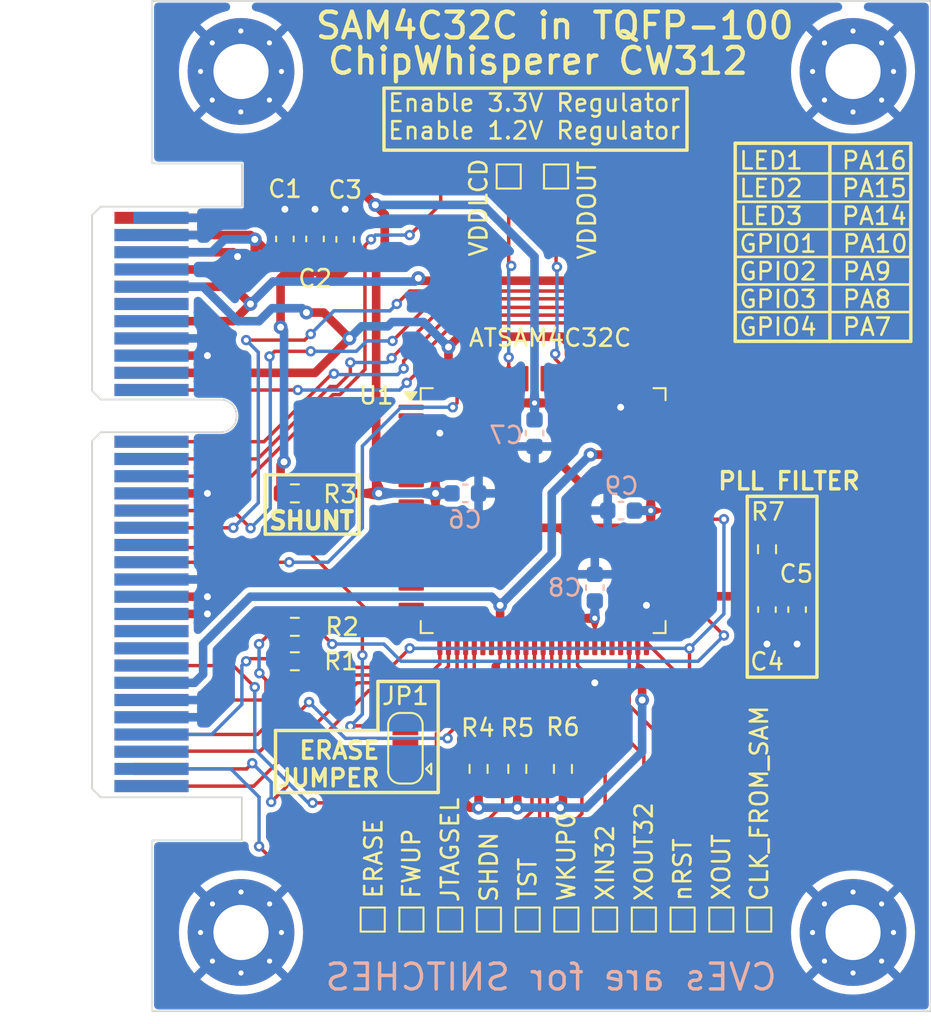
<source format=kicad_pcb>
(kicad_pcb (version 20240108) (generator "pcbnew") (generator_version "8.0")
  (layers (0 "F.Cu" signal) (31 "B.Cu" signal) (34 "B.Paste" user) (35 "F.Paste" user) (36 "B.SilkS" user "B.Silkscreen") (37 "F.SilkS" user "F.Silkscreen") (38 "B.Mask" user) (39 "F.Mask" user) (44 "Edge.Cuts" user))
  (net 0 "")
  (net 1 "GND")
  (net 2 "/FILT_HP")
  (net 3 "/SHUNTL")
  (net 4 "VCC1.2")
  (net 5 "/BOOT_MODE")
  (net 6 "/GPIO3")
  (net 7 "Net-(JP1-C)")
  (net 8 "/HDR2")
  (net 9 "/GPIO4")
  (net 10 "/GPIO1_TX")
  (net 11 "/LED3")
  (net 12 "/HDR9")
  (net 14 "/TRACED1")
  (net 15 "/nRST")
  (net 16 "/HDR4")
  (net 17 "/HDR8")
  (net 18 "/CLK_FROM_SAM")
  (net 19 "/JTAG_TDO")
  (net 20 "/HDR7")
  (net 21 "/VCC1.0")
  (net 22 "/MISO")
  (net 23 "/SCK")
  (net 24 "VCC")
  (net 25 "/VCC5.0")
  (net 26 "/JTAG_TRST")
  (net 27 "/HDR10")
  (net 28 "/LED1")
  (net 29 "/VCC2.5")
  (net 30 "/HDR5")
  (net 31 "/MOSI")
  (net 32 "/CLKIN")
  (net 33 "/GPIO2_RX")
  (net 34 "/TRACECLK")
  (net 35 "/CS")
  (net 36 "/nRST_OUT")
  (net 37 "/JTAG_TCK")
  (net 38 "/JTAG_TDI")
  (net 39 "/HDR1")
  (net 40 "/LED2")
  (net 41 "/JTAG_TMS")
  (net 42 "/HDR3")
  (net 43 "/VCCADJ")
  (net 44 "/TRACED0")
  (net 45 "/HDR6")
  (net 46 "/TRACED3")
  (net 47 "/VCC1.8")
  (net 49 "/TRACED2")
  (net 50 "Net-(U1-PA31{slash}XIN)")
  (net 51 "Net-(U1-PA6{slash}PGMNOE)")
  (net 52 "Net-(U1-VDDBU)")
  (net 53 "Net-(U1-PA30{slash}XOUT)")
  (net 54 "Net-(U1-XIN32)")
  (net 55 "Net-(U1-XOUT32)")
  (net 56 "Net-(U1-TST)")
  (net 57 "Net-(U1-WKUP0{slash}TMP0)")
  (net 58 "Net-(U1-SHDN)")
  (net 59 "Net-(U1-JTAGSEL)")
  (net 60 "Net-(U1-FWUP)")
  (net 62 "Net-(U1-VDDOUT)")
  (net 71 "Net-(U1-VDDLCD)")
  (net 123 "Net-(U1-VDDPLL)")
  (footprint "TestPoint:TestPoint_Pad_1.0x1.0mm" (layer "F.Cu") (at 166.644934 118.780542 180)
    (property "Reference" "TP15" (hide yes))
    (property "Value" "nRST")
  )
  (footprint "Resistor_SMD:R_0603_1608Metric" (layer "F.Cu") (at 171.55 97.275 -90)
    (property "Reference" "R7")
    (property "Value" "100")
  )
  (footprint "RECESSIM-CW312T-SAM4C32:CW312_CardEdge" (layer "F.Cu") (at 132.844934 119.530542 90)
    (property "Reference" "P1" (hide yes))
    (property "Value" "~")
    (fp_line (start 41.65 -0.5) (end 31.45 -0.5) (stroke (width 0.1)) (layer "Edge.Cuts"))
    (fp_line (start 28.55 -0.5) (end 8.35 -0.5) (stroke (width 0.1)) (layer "Edge.Cuts"))
    (fp_line (start 42.15 0) (end 41.65 -0.5) (stroke (width 0.1)) (layer "Edge.Cuts"))
    (fp_line (start 30.95 0) (end 31.45 -0.5) (stroke (width 0.1)) (layer "Edge.Cuts"))
    (fp_line (start 29.05 0) (end 28.55 -0.5) (stroke (width 0.1)) (layer "Edge.Cuts"))
    (fp_line (start 7.85 0) (end 8.35 -0.5) (stroke (width 0.1)) (layer "Edge.Cuts"))
    (fp_line (start 54.1 3) (end 54.1 48.2) (stroke (width 0.1)) (layer "Edge.Cuts"))
    (fp_line (start 44.66 3) (end 54.1 3) (stroke (width 0.1)) (layer "Edge.Cuts"))
    (fp_line (start 5.35 3) (end -4.57 3) (stroke (width 0.1)) (layer "Edge.Cuts"))
    (fp_line (start -4.57 3) (end -4.57 48.2) (stroke (width 0.1)) (layer "Edge.Cuts"))
    (fp_line (start 30.95 6.95) (end 30.95 0) (stroke (width 0.1)) (layer "Edge.Cuts"))
    (fp_line (start 29.05 6.95) (end 29.05 0) (stroke (width 0.1)) (layer "Edge.Cuts"))
    (fp_line (start 7.85 8.2) (end 7.85 0) (stroke (width 0.1)) (layer "Edge.Cuts"))
    (fp_line (start 7.85 8.2) (end 5.35 8.2) (stroke (width 0.1)) (layer "Edge.Cuts"))
    (fp_line (start 5.35 8.2) (end 5.35 3) (stroke (width 0.1)) (layer "Edge.Cuts"))
    (fp_line (start 44.66 8.21) (end 44.66 3) (stroke (width 0.1)) (layer "Edge.Cuts"))
    (fp_line (start 42.15 8.21) (end 42.15 0) (stroke (width 0.1)) (layer "Edge.Cuts"))
    (fp_line (start 42.15 8.21) (end 44.66 8.21) (stroke (width 0.1)) (layer "Edge.Cuts"))
    (fp_line (start 54.1 48.2) (end -4.57 48.2) (stroke (width 0.1)) (layer "Edge.Cuts"))
    (fp_arc (start 30.95 6.95) (mid 30 7.9) (end 29.05 6.95) (stroke (width 0.1)) (layer "Edge.Cuts"))
  )
  (footprint "Capacitor_SMD:C_0603_1608Metric" (layer "F.Cu") (at 173.294934 100.780542 -90)
    (property "Reference" "C5")
    (property "Value" "0.1uF")
  )
  (footprint "Resistor_SMD:R_0603_1608Metric" (layer "F.Cu") (at 159.694934 110.030542 90)
    (property "Reference" "R6")
    (property "Value" "100k")
  )
  (footprint "Resistor_SMD:R_0603_1608Metric" (layer "F.Cu") (at 144.119934 94.030542)
    (property "Reference" "R3")
    (property "Value" "10" (hide yes))
  )
  (footprint "TestPoint:TestPoint_Pad_1.0x1.0mm" (layer "F.Cu") (at 164.394934 118.780542 90)
    (property "Reference" "TP14" (hide yes))
    (property "Value" "XOUT32")
  )
  (footprint "TestPoint:TestPoint_Pad_1.0x1.0mm" (layer "F.Cu") (at 153.144934 118.780542 90)
    (property "Reference" "TP7" (hide yes))
    (property "Value" "JTAGSEL")
  )
  (footprint "TestPoint:TestPoint_Pad_1.0x1.0mm" (layer "F.Cu") (at 157.644934 118.780542 90)
    (property "Reference" "TP10" (hide yes))
    (property "Value" "TST")
  )
  (footprint "Capacitor_SMD:C_0603_1608Metric" (layer "F.Cu") (at 147.044934 79.280542 90)
    (property "Reference" "C3")
    (property "Value" "2.2uF")
  )
  (footprint "TestPoint:TestPoint_Pad_1.0x1.0mm" (layer "F.Cu") (at 156.544934 75.630542 90)
    (property "Reference" "TP9" (hide yes))
    (property "Value" "VDDLCD")
  )
  (footprint "TestPoint:TestPoint_Pad_1.0x1.0mm" (layer "F.Cu") (at 155.394934 118.780542 90)
    (property "Reference" "TP8" (hide yes))
    (property "Value" "SHDN")
  )
  (footprint "TestPoint:TestPoint_Pad_1.0x1.0mm" (layer "F.Cu") (at 168.894934 118.780542 180)
    (property "Reference" "TP16" (hide yes))
    (property "Value" "XOUT")
  )
  (footprint "TestPoint:TestPoint_Pad_1.0x1.0mm" (layer "F.Cu") (at 162.144934 118.780542 90)
    (property "Reference" "TP13" (hide yes))
    (property "Value" "XIN32")
  )
  (footprint "Resistor_SMD:R_0603_1608Metric" (layer "F.Cu") (at 144.119934 101.780542)
    (property "Reference" "R2")
    (property "Value" "10" (hide yes))
  )
  (footprint "Capacitor_SMD:C_0603_1608Metric" (layer "F.Cu") (at 145.294934 79.255542 90)
    (property "Reference" "C2")
    (property "Value" "0.1uF")
  )
  (footprint "Capacitor_SMD:C_0603_1608Metric" (layer "F.Cu") (at 171.544934 100.780542 -90)
    (property "Reference" "C4")
    (property "Value" "2.2uF")
  )
  (footprint "Jumper:SolderJumper-3_P1.3mm_Open_RoundedPad1.0x1.5mm" (layer "F.Cu") (at 150.544934 108.830542 90)
    (property "Reference" "JP1")
    (property "Value" "SolderJumper_3_Open" (hide yes))
  )
  (footprint "TestPoint:TestPoint_Pad_1.0x1.0mm" (layer "F.Cu") (at 171.094934 118.780542 90)
    (property "Reference" "TP22" (hide yes))
    (property "Value" "CLK_FROM_SAM")
  )
  (footprint "TestPoint:TestPoint_Pad_1.0x1.0mm" (layer "F.Cu") (at 159.294934 75.630542 90)
    (property "Reference" "TP11" (hide yes))
    (property "Value" "VDDOUT")
  )
  (footprint "TestPoint:TestPoint_Pad_1.0x1.0mm" (layer "F.Cu") (at 159.894934 118.780542 90)
    (property "Reference" "TP12" (hide yes))
    (property "Value" "WKUP0")
  )
  (footprint "Resistor_SMD:R_0603_1608Metric" (layer "F.Cu") (at 157.044934 110.030542 90)
    (property "Reference" "R5")
    (property "Value" "100k")
  )
  (footprint "Resistor_SMD:R_0603_1608Metric" (layer "F.Cu") (at 144.119934 103.780542)
    (property "Reference" "R1")
    (property "Value" "10" (hide yes))
  )
  (footprint "Package_QFP:TQFP-100_14x14mm_P0.5mm" (layer "F.Cu") (at 158.544934 95.030542)
    (property "Reference" "U1")
    (property "Value" "ATSAM4C32C")
  )
  (footprint "Capacitor_SMD:C_0603_1608Metric" (layer "F.Cu") (at 143.544934 79.255542 90)
    (property "Reference" "C1")
    (property "Value" "0.1uF")
  )
  (footprint "Resistor_SMD:R_0603_1608Metric" (layer "F.Cu") (at 154.794934 110.030542 90)
    (property "Reference" "R4")
    (property "Value" "10" (hide yes))
  )
  (footprint "TestPoint:TestPoint_Pad_1.0x1.0mm" (layer "F.Cu") (at 150.894934 118.780542 90)
    (property "Reference" "TP6" (hide yes))
    (property "Value" "FWUP")
  )
  (footprint "TestPoint:TestPoint_Pad_1.0x1.0mm" (layer "F.Cu") (at 148.644934 118.780542 90)
    (property "Reference" "TP5" (hide yes))
    (property "Value" "ERASE")
  )
  (footprint "Capacitor_SMD:C_0603_1608Metric" (layer "B.Cu") (at 158.044934 90.530542 -90)
    (property "Reference" "C7")
    (property "Value" "DNP")
  )
  (footprint "Capacitor_SMD:C_0603_1608Metric" (layer "B.Cu") (at 163.069934 95.030542 180)
    (property "Reference" "C9")
    (property "Value" "DNP")
  )
  (footprint "Capacitor_SMD:C_0603_1608Metric" (layer "B.Cu") (at 154.019934 94.030542)
    (property "Reference" "C6")
    (property "Value" "DNP")
  )
  (footprint "Capacitor_SMD:C_0603_1608Metric" (layer "B.Cu") (at 161.544934 99.505542 90)
    (property "Reference" "C8")
    (property "Value" "DNP")
  )
  (gr_line (start 174.45 104.7) (end 174.45 94.2) (stroke (width 0.2)) (layer "F.SilkS"))
  (gr_line (start 152.45 111.4) (end 152.45 104.95) (stroke (width 0.2)) (layer "F.SilkS"))
  (gr_line (start 149.3 74.1) (end 149.3 70.5) (stroke (width 0.2)) (layer "F.SilkS"))
  (gr_line (start 169.7 85.2) (end 179.9 85.2) (stroke (width 0.2)) (layer "F.SilkS"))
  (gr_line (start 174.45 94.2) (end 170.4 94.2) (stroke (width 0.2)) (layer "F.SilkS"))
  (gr_line (start 147.85 96.4) (end 142.4 96.4) (stroke (width 0.2)) (layer "F.SilkS"))
  (gr_line (start 143 111.4) (end 152.45 111.4) (stroke (width 0.2)) (layer "F.SilkS"))
  (gr_line (start 169.7 80.3) (end 179.9 80.3) (stroke (width 0.15)) (layer "F.SilkS"))
  (gr_line (start 169.7 81.9) (end 179.9 81.9) (stroke (width 0.15)) (layer "F.SilkS"))
  (gr_line (start 142.4 92.95) (end 147.85 92.95) (stroke (width 0.2)) (layer "F.SilkS"))
  (gr_line (start 169.7 73.7) (end 169.7 85.2) (stroke (width 0.2)) (layer "F.SilkS"))
  (gr_line (start 149.3 70.5) (end 166.9 70.5) (stroke (width 0.2)) (layer "F.SilkS"))
  (gr_line (start 169.7 77.1) (end 179.9 77.1) (stroke (width 0.15)) (layer "F.SilkS"))
  (gr_line (start 179.9 85.2) (end 179.9 73.7) (stroke (width 0.2)) (layer "F.SilkS"))
  (gr_line (start 170.4 94.2) (end 170.4 104.7) (stroke (width 0.2)) (layer "F.SilkS"))
  (gr_line (start 148.95 104.95) (end 148.95 107.8) (stroke (width 0.2)) (layer "F.SilkS"))
  (gr_line (start 169.7 75.45) (end 179.9 75.45) (stroke (width 0.15)) (layer "F.SilkS"))
  (gr_line (start 166.9 74.1) (end 149.3 74.1) (stroke (width 0.2)) (layer "F.SilkS"))
  (gr_line (start 148.95 107.8) (end 143 107.8) (stroke (width 0.2)) (layer "F.SilkS"))
  (gr_line (start 143 107.8) (end 143 111.4) (stroke (width 0.2)) (layer "F.SilkS"))
  (gr_line (start 147.85 92.95) (end 147.85 96.4) (stroke (width 0.2)) (layer "F.SilkS"))
  (gr_line (start 175.2 85.2) (end 175.2 73.7) (stroke (width 0.2)) (layer "F.SilkS"))
  (gr_line (start 152.45 104.95) (end 148.95 104.95) (stroke (width 0.2)) (layer "F.SilkS"))
  (gr_line (start 142.4 96.4) (end 142.4 92.95) (stroke (width 0.2)) (layer "F.SilkS"))
  (gr_line (start 169.7 78.7) (end 179.9 78.7) (stroke (width 0.15)) (layer "F.SilkS"))
  (gr_line (start 166.9 70.5) (end 166.9 74.1) (stroke (width 0.2)) (layer "F.SilkS"))
  (gr_line (start 170.4 104.7) (end 174.45 104.7) (stroke (width 0.2)) (layer "F.SilkS"))
  (gr_line (start 179.9 73.7) (end 169.7 73.7) (stroke (width 0.2)) (layer "F.SilkS"))
  (gr_line (start 169.7 83.5) (end 179.9 83.5) (stroke (width 0.15)) (layer "F.SilkS"))
  (gr_text "CVEs are for SNITCHES" (at 172.25 123 0) (layer "B.SilkS") (effects (font (size 1.5 1.5) (thickness 0.2)) (justify left bottom mirror)))
  (gr_text "ERASE\nJUMPER" (at 149.15 111.15 0) (layer "F.SilkS") (effects (font (size 1 1) (thickness 0.2) (bold yes)) (justify right bottom)))
  (gr_text "SHUNT" (at 142.5 96.2 0) (layer "F.SilkS") (effects (font (size 1 1) (thickness 0.25) (bold yes)) (justify left bottom)))
  (gr_text "ChipWhisperer CW312" (at 145.9 69.8 0) (layer "F.SilkS") (effects (font (size 1.5 1.5) (thickness 0.25) (bold yes)) (justify left bottom)))
  (gr_text "PLL FILTER" (at 168.6 93.9 0) (layer "F.SilkS") (effects (font (size 1 1) (thickness 0.2) (bold yes)) (justify left bottom)))
  (gr_text "SAM4C32C in TQFP-100" (at 145.2 67.75 0) (layer "F.SilkS") (effects (font (size 1.5 1.5) (thickness 0.25) (bold yes)) (justify left bottom)))
  (gr_text "Enable 3.3V Regulator\nEnable 1.2V Regulator" (at 149.45 73.55 0) (layer "F.SilkS") (effects (font (size 1 1)) (justify left bottom)))
  (gr_text "LED1   PA16\nLED2   PA15\nLED3   PA14\nGPIO1  PA10\nGPIO2  PA9\nGPIO3  PA8\nGPIO4  PA7" (at 169.85 84.95 0) (layer "F.SilkS") (effects (font (size 1 1)) (justify left bottom)))
  (segment (start 145.319934 78.505542) (end 145.294934 78.480542) (width 0.5) (layer "F.Cu") (net 1))
  (segment (start 160.544934 104.030542) (end 161.544934 105.030542) (width 0.2) (layer "F.Cu") (net 1))
  (segment (start 171.544934 101.555542) (end 171.544934 102.780542) (width 0.5) (layer "F.Cu") (net 1))
  (segment (start 135.794934 80.030542) (end 140.544934 80.030542) (width 0.5) (layer "F.Cu") (net 1))
  (segment (start 152.544934 90.530542) (end 152.044934 90.530542) (width 0.5) (layer "F.Cu") (net 1))
  (segment (start 143.544934 78.480542) (end 143.544934 77.530542) (width 0.5) (layer "F.Cu") (net 1))
  (segment (start 152.044934 90.530542) (end 150.882434 90.530542) (width 0.2) (layer "F.Cu") (net 1))
  (segment (start 135.794934 100.030542) (end 139.044934 100.030542) (width 0.5) (layer "F.Cu") (net 1))
  (segment (start 135.794934 94.030542) (end 139.044934 94.030542) (width 0.5) (layer "F.Cu") (net 1))
  (segment (start 160.544934 102.693042) (end 160.544934 104.030542) (width 0.2) (layer "F.Cu") (net 1))
  (segment (start 166.207434 100.530542) (end 164.544934 100.530542) (width 0.2) (layer "F.Cu") (net 1))
  (segment (start 163.544934 87.368042) (end 163.544934 88.530542) (width 0.2) (layer "F.Cu") (net 1))
  (segment (start 135.794934 101.030542) (end 139.044934 101.030542) (width 0.5) (layer "F.Cu") (net 1))
  (segment (start 173.294934 101.555542) (end 173.294934 102.780542) (width 0.5) (layer "F.Cu") (net 1))
  (segment (start 135.794934 86.030542) (end 139.04493 86.030542) (width 0.5) (layer "F.Cu") (net 1))
  (segment (start 145.294934 78.480542) (end 145.294934 77.530542) (width 0.5) (layer "F.Cu") (net 1))
  (segment (start 147.044934 78.505542) (end 147.044934 77.530542) (width 0.5) (layer "F.Cu") (net 1))
  (segment (start 163.044934 89.030542) (end 163.544934 88.530542) (width 0.5) (layer "F.Cu") (net 1))
  (segment (start 140.544934 80.030542) (end 140.794934 80.280542) (width 0.5) (layer "F.Cu") (net 1))
  (via (at 161.544934 105.030542) (size 0.8) (drill 0.4) (layers "F.Cu" "B.Cu") (net 1))
  (via (at 145.294934 77.530542) (size 0.8) (drill 0.4) (layers "F.Cu" "B.Cu") (net 1))
  (via (at 164.544934 100.530542) (size 0.8) (drill 0.4) (layers "F.Cu" "B.Cu") (net 1))
  (via (at 163.044934 89.030542) (size 0.8) (drill 0.4) (layers "F.Cu" "B.Cu") (net 1))
  (via (at 139.044934 94.030542) (size 0.8) (drill 0.4) (layers "F.Cu" "B.Cu") (net 1))
  (via (at 152.544934 90.530542) (size 0.8) (drill 0.4) (layers "F.Cu" "B.Cu") (net 1))
  (via (at 171.544934 102.780542) (size 0.8) (drill 0.4) (layers "F.Cu" "B.Cu") (net 1))
  (via (at 139.044934 101.030542) (size 0.8) (drill 0.4) (layers "F.Cu" "B.Cu") (net 1))
  (via (at 143.544934 77.530542) (size 0.8) (drill 0.4) (layers "F.Cu" "B.Cu") (net 1))
  (via (at 139.044934 100.030542) (size 0.8) (drill 0.4) (layers "F.Cu" "B.Cu") (net 1))
  (via (at 139.04493 86.030542) (size 0.8) (drill 0.4) (layers "F.Cu" "B.Cu") (net 1))
  (via (at 140.794934 80.280542) (size 0.8) (drill 0.4) (layers "F.Cu" "B.Cu") (net 1))
  (via (at 147.044934 77.530542) (size 0.8) (drill 0.4) (layers "F.Cu" "B.Cu") (net 1))
  (via (at 173.294934 102.780542) (size 0.8) (drill 0.4) (layers "F.Cu" "B.Cu") (net 1))
  (segment (start 145.544934 81.280542) (end 145.294934 81.030542) (width 0.5) (layer "F.Cu") (net 2))
  (segment (start 135.794934 81.030542) (end 139.094934 81.030542) (width 0.5) (layer "F.Cu") (net 2))
  (segment (start 142.544926 80.030542) (end 141.794934 79.28055) (width 0.5) (layer "F.Cu") (net 2))
  (segment (start 143.544934 81.280542) (end 143.544934 80.030542) (width 0.5) (layer "F.Cu") (net 2))
  (segment (start 139.094934 81.030542) (end 139.244934 81.180542) (width 0.5) (layer "F.Cu") (net 2))
  (segment (start 143.544934 81.280542) (end 143.294934 81.530542) (width 0.5) (layer "F.Cu") (net 2))
  (segment (start 147.044934 80.055542) (end 147.044934 81.030542) (width 0.5) (layer "F.Cu") (net 2))
  (segment (start 147.019934 80.030542) (end 147.044934 80.055542) (width 0.5) (layer "F.Cu") (net 2))
  (segment (start 141.394934 81.180542) (end 139.244934 81.180542) (width 0.5) (layer "F.Cu") (net 2))
  (segment (start 145.294934 80.030542) (end 145.294934 81.030542) (width 0.5) (layer "F.Cu") (net 2))
  (segment (start 141.794934 80.780542) (end 141.794934 79.28055) (width 0.5) (layer "F.Cu") (net 2))
  (segment (start 143.294934 92.4) (end 143.494934 92.2) (width 0.5) (layer "F.Cu") (net 2))
  (segment (start 135.794934 79.030542) (end 141.544926 79.030542) (width 0.5) (layer "F.Cu") (net 2))
  (segment (start 146.794934 81.280542) (end 145.544934 81.280542) (width 0.5) (layer "F.Cu") (net 2))
  (segment (start 143.294934 94.030542) (end 143.294934 92.4) (width 0.5) (layer "F.Cu") (net 2))
  (segment (start 145.044934 81.280542) (end 143.544934 81.280542) (width 0.5) (layer "F.Cu") (net 2))
  (segment (start 145.294934 81.030542) (end 145.044934 81.280542) (width 0.5) (layer "F.Cu") (net 2))
  (segment (start 143.544934 80.030542) (end 142.544926 80.030542) (width 0.5) (layer "F.Cu") (net 2))
  (segment (start 141.394934 81.180542) (end 141.794934 80.780542) (width 0.5) (layer "F.Cu") (net 2))
  (segment (start 143.294934 81.530542) (end 143.294934 84.380542) (width 0.5) (layer "F.Cu") (net 2))
  (segment (start 147.044934 81.030542) (end 146.794934 81.280542) (width 0.5) (layer "F.Cu") (net 2))
  (segment (start 141.544926 79.030542) (end 141.794934 79.28055) (width 0.5) (layer "F.Cu") (net 2))
  (via (at 143.494934 92.2) (size 0.8) (drill 0.4) (layers "F.Cu" "B.Cu") (net 2))
  (via (at 141.794934 79.28055) (size 0.8) (drill 0.4) (layers "F.Cu" "B.Cu") (net 2))
  (via (at 143.294934 84.380542) (size 0.8) (drill 0.4) (layers "F.Cu" "B.Cu") (net 2))
  (segment (start 143.494944 84.580552) (end 143.494944 92.19999) (width 0.5) (layer "B.Cu") (net 2))
  (segment (start 143.294934 84.380542) (end 143.494944 84.580552) (width 0.5) (layer "B.Cu") (net 2))
  (segment (start 140.044926 79.28055) (end 141.794934 79.28055) (width 0.5) (layer "B.Cu") (net 2))
  (segment (start 135.794934 80.030542) (end 139.294934 80.030542) (width 0.5) (layer "B.Cu") (net 2))
  (segment (start 143.494944 92.19999) (end 143.494934 92.2) (width 0.5) (layer "B.Cu") (net 2))
  (segment (start 139.294934 80.030542) (end 140.044926 79.28055) (width 0.5) (layer "B.Cu") (net 2))
  (segment (start 164.044934 93.530542) (end 160.794934 93.530542) (width 0.5) (layer "F.Cu") (net 3))
  (segment (start 135.794934 78.030542) (end 141.772141 78.030542) (width 0.5) (layer "F.Cu") (net 3))
  (segment (start 148.844934 80.25836) (end 148.844934 93.880542) (width 0.5) (layer "F.Cu") (net 3))
  (segment (start 148.144934 76.630542) (end 148.794934 77.280542) (width 0.5) (layer "F.Cu") (net 3))
  (segment (start 161.544934 102.693042) (end 161.544934 101.280542) (width 0.2) (layer "F.Cu") (net 3))
  (segment (start 160.294934 101.030542) (end 160.544934 101.280542) (width 0.5) (layer "F.Cu") (net 3))
  (segment (start 152.294934 94.030542) (end 152.294934 93.280542) (width 0.5) (layer "F.Cu") (net 3))
  (segment (start 158.044934 87.368042) (end 158.044934 88.780542) (width 0.2) (layer "F.Cu") (net 3))
  (segment (start 160.794934 93.530542) (end 159.294934 92.030542) (width 0.5) (layer "F.Cu") (net 3))
  (segment (start 141.772141 78.030542) (end 143.172141 76.630542) (width 0.5) (layer "F.Cu") (net 3))
  (segment (start 148.794934 77.280542) (end 149.344934 77.830542) (width 0.5) (layer "F.Cu") (net 3))
  (segment (start 156.044934 92.530542) (end 156.794934 91.780542) (width 0.5) (layer "F.Cu") (net 3))
  (segment (start 148.844934 93.880542) (end 148.994934 94.030542) (width 0.5) (layer "F.Cu") (net 3))
  (segment (start 152.294934 93.280542) (end 153.044934 92.530542) (width 0.5) (layer "F.Cu") (net 3))
  (segment (start 144.944934 94.030542) (end 148.994934 94.030542) (width 0.5) (layer "F.Cu") (net 3))
  (segment (start 149.344934 79.75836) (end 148.844934 80.25836) (width 0.5) (layer "F.Cu") (net 3))
  (segment (start 164.794934 94.280542) (end 164.044934 93.530542) (width 0.5) (layer "F.Cu") (net 3))
  (segment (start 164.794934 95.780542) (end 164.794934 95.030542) (width 0.5) (layer "F.Cu") (net 3))
  (segment (start 159.294934 89.280542) (end 158.794934 88.780542) (width 0.5) (layer "F.Cu") (net 3))
  (segment (start 156.794934 89.280542) (end 157.294934 88.780542) (width 0.5) (layer "F.Cu") (net 3))
  (segment (start 143.172141 76.630542) (end 148.144934 76.630542) (width 0.5) (layer "F.Cu") (net 3))
  (segment (start 160.544934 101.280542) (end 161.544934 101.280542) (width 0.5) (layer "F.Cu") (net 3))
  (segment (start 157.294934 88.780542) (end 158.044934 88.780542) (width 0.5) (layer "F.Cu") (net 3))
  (segment (start 149.294934 94.030542) (end 150.882434 94.030542) (width 0.2) (layer "F.Cu") (net 3))
  (segment (start 153.544934 96.030542) (end 159.544934 96.030542) (width 0.5) (layer "F.Cu") (net 3))
  (segment (start 166.207434 95.030542) (end 164.794934 95.030542) (width 0.2) (layer "F.Cu") (net 3))
  (segment (start 152.294934 94.030542) (end 152.294934 94.780542) (width 0.5) (layer "F.Cu") (net 3))
  (segment (start 159.294934 92.030542) (end 159.294934 89.280542) (width 0.5) (layer "F.Cu") (net 3))
  (segment (start 152.294934 94.780542) (end 153.544934 96.030542) (width 0.5) (layer "F.Cu") (net 3))
  (segment (start 158.044934 88.780542) (end 157.994934 88.730542) (width 0.5) (layer "F.Cu") (net 3))
  (segment (start 160.794934 96.780542) (end 161.544934 96.030542) (width 0.5) (layer "F.Cu") (net 3))
  (segment (start 156.794934 91.780542) (end 156.794934 89.280542) (width 0.5) (layer "F.Cu") (net 3))
  (segment (start 158.794934 88.780542) (end 158.044934 88.780542) (width 0.5) (layer "F.Cu") (net 3))
  (segment (start 164.544934 96.030542) (end 164.794934 95.780542) (width 0.5) (layer "F.Cu") (net 3))
  (segment (start 153.044934 92.530542) (end 156.044934 92.530542) (width 0.5) (layer "F.Cu") (net 3))
  (segment (start 149.344934 77.830542) (end 149.344934 79.75836) (width 0.5) (layer "F.Cu") (net 3))
  (segment (start 159.544934 96.030542) (end 159.919934 96.405542) (width 0.5) (layer "F.Cu") (net 3))
  (segment (start 161.544934 96.030542) (end 164.544934 96.030542) (width 0.5) (layer "F.Cu") (net 3))
  (segment (start 159.919934 96.405542) (end 160.294934 96.780542) (width 0.5) (layer "F.Cu") (net 3))
  (segment (start 164.794934 95.030542) (end 164.794934 94.280542) (width 0.5) (layer "F.Cu") (net 3))
  (segment (start 148.994934 94.030542) (end 149.294934 94.030542) (width 0.5) (layer "F.Cu") (net 3))
  (segment (start 160.294934 96.780542) (end 160.294934 101.030542) (width 0.5) (layer "F.Cu") (net 3))
  (segment (start 150.882434 94.030542) (end 152.294934 94.030542) (width 0.2) (layer "F.Cu") (net 3))
  (segment (start 160.294934 96.780542) (end 160.794934 96.780542) (width 0.5) (layer "F.Cu") (net 3))
  (via (at 158.044934 88.780542) (size 0.6) (drill 0.3) (layers "F.Cu" "B.Cu") (net 3))
  (via (at 152.294934 94.030542) (size 0.8) (drill 0.4) (layers "F.Cu" "B.Cu") (net 3))
  (via (at 148.794934 77.280542) (size 0.8) (drill 0.4) (layers "F.Cu" "B.Cu") (net 3))
  (via (at 148.994934 94.030542) (size 0.8) (drill 0.4) (layers "F.Cu" "B.Cu") (net 3))
  (via (at 161.544934 101.280542) (size 0.6) (drill 0.3) (layers "F.Cu" "B.Cu") (net 3))
  (via (at 164.794934 95.030542) (size 0.6) (drill 0.3) (layers "F.Cu" "B.Cu") (net 3))
  (segment (start 153.244934 94.030542) (end 153.294934 94.030542) (width 0.5) (layer "B.Cu") (net 3))
  (segment (start 158.044934 80.280542) (end 158.044934 88.780542) (width 0.5) (layer "B.Cu") (net 3))
  (segment (start 163.844934 95.030542) (end 164.794934 95.030542) (width 0.5) (layer "B.Cu") (net 3))
  (segment (start 155.044934 77.280542) (end 158.044934 80.280542) (width 0.5) (layer "B.Cu") (net 3))
  (segment (start 148.994934 94.030542) (end 152.294934 94.030542) (width 0.5) (layer "B.Cu") (net 3))
  (segment (start 153.244934 94.030542) (end 152.294934 94.030542) (width 0.5) (layer "B.Cu") (net 3))
  (segment (start 148.794934 77.280542) (end 155.044934 77.280542) (width 0.5) (layer "B.Cu") (net 3))
  (segment (start 161.544934 100.280542) (end 161.544934 101.280542) (width 0.5) (layer "B.Cu") (net 3))
  (segment (start 158.044934 89.755542) (end 158.044934 88.780542) (width 0.5) (layer "B.Cu") (net 3))
  (segment (start 140.544934 84.030542) (end 141.544934 83.030542) (width 0.5) (layer "F.Cu") (net 4))
  (segment (start 140.544934 82.030542) (end 135.794934 82.030542) (width 0.5) (layer "F.Cu") (net 4))
  (segment (start 171.55 86.18708) (end 167.043462 81.680542) (width 0.5) (layer "F.Cu") (net 4))
  (segment (start 151.444934 81.680542) (end 151.294934 81.530542) (width 0.5) (layer "F.Cu") (net 4))
  (segment (start 171.55 96.45) (end 171.55 86.18708) (width 0.5) (layer "F.Cu") (net 4))
  (segment (start 167.043462 81.680542) (end 151.444934 81.680542) (width 0.5) (layer "F.Cu") (net 4))
  (segment (start 141.544934 83.030542) (end 140.544934 82.030542) (width 0.5) (layer "F.Cu") (net 4))
  (segment (start 135.794934 84.030542) (end 140.544934 84.030542) (width 0.5) (layer "F.Cu") (net 4))
  (via (at 151.294934 81.530542) (size 0.8) (drill 0.4) (layers "F.Cu" "B.Cu") (net 4))
  (via (at 141.544934 83.030542) (size 0.8) (drill 0.4) (layers "F.Cu" "B.Cu") (net 4))
  (segment (start 141.544934 83.030542) (end 142.844934 81.730542) (width 0.5) (layer "B.Cu") (net 4))
  (segment (start 142.844934 81.730542) (end 151.094934 81.730542) (width 0.5) (layer "B.Cu") (net 4))
  (segment (start 151.094934 81.730542) (end 151.294934 81.530542) (width 0.5) (layer "B.Cu") (net 4))
  (segment (start 150.544934 110.130542) (end 150.544934 111.355066) (width 0.2) (layer "F.Cu") (net 5))
  (segment (start 141.79493 105.280542) (end 140.54493 104.030542) (width 0.2) (layer "F.Cu") (net 5))
  (segment (start 140.54493 104.030542) (end 135.794934 104.030542) (width 0.2) (layer "F.Cu") (net 5))
  (segment (start 149.9 112) (end 145.15 112) (width 0.2) (layer "F.Cu") (net 5))
  (segment (start 150.544934 111.355066) (end 149.9 112) (width 0.2) (layer "F.Cu") (net 5))
  (via (at 141.79493 105.280542) (size 0.6) (drill 0.3) (layers "F.Cu" "B.Cu") (net 5))
  (via (at 145.15 112) (size 0.6) (drill 0.3) (layers "F.Cu" "B.Cu") (net 5))
  (segment (start 141.79493 108.89493) (end 144.9 112) (width 0.2) (layer "B.Cu") (net 5))
  (segment (start 144.9 112) (end 145.15 112) (width 0.2) (layer "B.Cu") (net 5))
  (segment (start 141.79493 105.280542) (end 141.79493 108.89493) (width 0.2) (layer "B.Cu") (net 5))
  (segment (start 148.544934 101.030542) (end 148.044934 101.530542) (width 0.2) (layer "F.Cu") (net 6))
  (segment (start 148.044934 101.530542) (end 148.044934 103.430542) (width 0.2) (layer "F.Cu") (net 6))
  (segment (start 144.694934 97.180542) (end 135.944934 97.180542) (width 0.2) (layer "F.Cu") (net 6))
  (segment (start 150.882434 101.030542) (end 148.544934 101.030542) (width 0.2) (layer "F.Cu") (net 6))
  (segment (start 135.944934 97.180542) (end 135.794934 97.030542) (width 0.2) (layer "F.Cu") (net 6))
  (segment (start 150.544934 107.530542) (end 147.369458 107.530542) (width 0.2) (layer "F.Cu") (net 6))
  (segment (start 148.544934 101.030542) (end 144.694934 97.180542) (width 0.2) (layer "F.Cu") (net 6))
  (segment (start 147.369458 107.530542) (end 147.35 107.55) (width 0.2) (layer "F.Cu") (net 6))
  (via (at 147.35 107.55) (size 0.6) (drill 0.3) (layers "F.Cu" "B.Cu") (net 6))
  (via (at 148.044934 103.430542) (size 0.6) (drill 0.3) (layers "F.Cu" "B.Cu") (net 6))
  (segment (start 148.044934 103.430542) (end 148.044934 106.855066) (width 0.2) (layer "B.Cu") (net 6))
  (segment (start 148.044934 106.855066) (end 147.35 107.55) (width 0.2) (layer "B.Cu") (net 6))
  (segment (start 152.35 108.935608) (end 152.244934 108.830542) (width 0.2) (layer "F.Cu") (net 7))
  (segment (start 154.044934 106.284671) (end 152.345392 107.984213) (width 0.2) (layer "F.Cu") (net 7))
  (segment (start 148.644934 118.180542) (end 152.35 114.475476) (width 0.2) (layer "F.Cu") (net 7))
  (segment (start 148.644934 118.780542) (end 148.644934 118.180542) (width 0.2) (layer "F.Cu") (net 7))
  (segment (start 152.244934 108.830542) (end 150.544934 108.830542) (width 0.2) (layer "F.Cu") (net 7))
  (segment (start 152.35 114.475476) (end 152.35 108.935608) (width 0.2) (layer "F.Cu") (net 7))
  (segment (start 152.345392 108.730084) (end 152.244934 108.830542) (width 0.2) (layer "F.Cu") (net 7))
  (segment (start 154.044934 102.693042) (end 154.044934 106.284671) (width 0.2) (layer "F.Cu") (net 7))
  (segment (start 152.345392 107.984213) (end 152.345392 108.730084) (width 0.2) (layer "F.Cu") (net 7))
  (segment (start 153.544934 88.780542) (end 153.294934 89.030542) (width 0.2) (layer "F.Cu") (net 9))
  (segment (start 153.544934 87.368042) (end 153.544934 88.780542) (width 0.2) (layer "F.Cu") (net 9))
  (segment (start 143.794934 98.030542) (end 135.794934 98.030542) (width 0.2) (layer "F.Cu") (net 9))
  (via (at 143.794934 98.030542) (size 0.6) (drill 0.3) (layers "F.Cu" "B.Cu") (net 9))
  (via (at 153.294934 89.030542) (size 0.6) (drill 0.3) (layers "F.Cu" "B.Cu") (net 9))
  (segment (start 146.544934 97.530542) (end 146.044934 98.030542) (width 0.2) (layer "B.Cu") (net 9))
  (segment (start 146.044934 98.030542) (end 143.794934 98.030542) (width 0.2) (layer "B.Cu") (net 9))
  (segment (start 150.294934 89.030542) (end 148.044934 91.280542) (width 0.2) (layer "B.Cu") (net 9))
  (segment (start 153.294934 89.030542) (end 150.294934 89.030542) (width 0.2) (layer "B.Cu") (net 9))
  (segment (start 148.044934 96.030542) (end 146.544934 97.530542) (width 0.2) (layer "B.Cu") (net 9))
  (segment (start 148.044934 91.280542) (end 148.044934 96.030542) (width 0.2) (layer "B.Cu") (net 9))
  (segment (start 140.530538 95.030542) (end 141.55 96.050004) (width 0.2) (layer "F.Cu") (net 10))
  (segment (start 135.794934 95.030542) (end 140.530538 95.030542) (width 0.2) (layer "F.Cu") (net 10))
  (segment (start 152.244934 82.730542) (end 166.594934 82.730542) (width 0.2) (layer "F.Cu") (net 10))
  (segment (start 170.044934 89.52929) (end 167.543682 92.030542) (width 0.2) (layer "F.Cu") (net 10))
  (segment (start 142.95 85.780542) (end 142.65 86.080542) (width 0.2) (layer "F.Cu") (net 10))
  (segment (start 170.044934 86.180542) (end 170.044934 89.52929) (width 0.2) (layer "F.Cu") (net 10))
  (segment (start 167.543682 92.030542) (end 166.207434 92.030542) (width 0.2) (layer "F.Cu") (net 10))
  (segment (start 145.044934 85.780542) (end 142.95 85.780542) (width 0.2) (layer "F.Cu") (net 10))
  (segment (start 166.594934 82.730542) (end 170.044934 86.180542) (width 0.2) (layer "F.Cu") (net 10))
  (segment (start 149.794934 85.180542) (end 152.244934 82.730542) (width 0.2) (layer "F.Cu") (net 10))
  (via (at 145.044934 85.780542) (size 0.6) (drill 0.3) (layers "F.Cu" "B.Cu") (net 10))
  (via (at 141.55 96.050004) (size 0.6) (drill 0.3) (layers "F.Cu" "B.Cu") (net 10))
  (via (at 149.794934 85.180542) (size 0.6) (drill 0.3) (layers "F.Cu" "B.Cu") (net 10))
  (via (at 142.65 86.080542) (size 0.6) (drill 0.3) (layers "F.Cu" "B.Cu") (net 10))
  (segment (start 148.294934 85.180542) (end 147.694934 85.780542) (width 0.2) (layer "B.Cu") (net 10))
  (segment (start 142.694934 94.90507) (end 141.55 96.050004) (width 0.2) (layer "B.Cu") (net 10))
  (segment (start 142.694934 86.125476) (end 142.694934 94.90507) (width 0.2) (layer "B.Cu") (net 10))
  (segment (start 147.694934 85.780542) (end 145.044934 85.780542) (width 0.2) (layer "B.Cu") (net 10))
  (segment (start 149.794934 85.180542) (end 148.294934 85.180542) (width 0.2) (layer "B.Cu") (net 10))
  (segment (start 142.65 86.080542) (end 142.694934 86.125476) (width 0.2) (layer "B.Cu") (net 10))
  (segment (start 152.694934 83.230542) (end 166.444934 83.230542) (width 0.2) (layer "F.Cu") (net 11))
  (segment (start 141.967335 92.030542) (end 135.794934 92.030542) (width 0.2) (layer "F.Cu") (net 11))
  (segment (start 146.173938 87.823939) (end 141.967335 92.030542) (width 0.2) (layer "F.Cu") (net 11))
  (segment (start 168.344934 90.530542) (end 166.207434 90.530542) (width 0.2) (layer "F.Cu") (net 11))
  (segment (start 149.744934 86.180542) (end 152.694934 83.230542) (width 0.2) (layer "F.Cu") (net 11))
  (segment (start 147.344934 86.430542) (end 147.344934 87.052943) (width 0.2) (layer "F.Cu") (net 11))
  (segment (start 169.594934 86.380542) (end 169.594934 89.280542) (width 0.2) (layer "F.Cu") (net 11))
  (segment (start 166.444934 83.230542) (end 169.594934 86.380542) (width 0.2) (layer "F.Cu") (net 11))
  (segment (start 147.344934 87.052943) (end 146.573938 87.823939) (width 0.2) (layer "F.Cu") (net 11))
  (segment (start 146.573938 87.823939) (end 146.173938 87.823939) (width 0.2) (layer "F.Cu") (net 11))
  (segment (start 169.594934 89.280542) (end 168.344934 90.530542) (width 0.2) (layer "F.Cu") (net 11))
  (via (at 149.744934 86.180542) (size 0.6) (drill 0.3) (layers "F.Cu" "B.Cu") (net 11))
  (via (at 147.344934 86.430542) (size 0.6) (drill 0.3) (layers "F.Cu" "B.Cu") (net 11))
  (segment (start 149.494934 86.430542) (end 149.744934 86.180542) (width 0.2) (layer "B.Cu") (net 11))
  (segment (start 147.344934 86.430542) (end 149.494934 86.430542) (width 0.2) (layer "B.Cu") (net 11))
  (segment (start 166.1 120.3) (end 165.464392 120.3) (width 0.2) (layer "F.Cu") (net 15))
  (segment (start 172.3 116.2) (end 172.3 119.85) (width 0.2) (layer "F.Cu") (net 15))
  (segment (start 174.244934 85.480542) (end 174.244934 114.255066) (width 0.2) (layer "F.Cu") (net 15))
  (segment (start 135.794934 93.030542) (end 141.603731 93.030542) (width 0.2) (layer "F.Cu") (net 15))
  (segment (start 165.984273 113.869881) (end 166.644934 114.530542) (width 0.2) (layer "F.Cu") (net 15))
  (segment (start 172.3 119.85) (end 171.85 120.3) (width 0.2) (layer "F.Cu") (net 15))
  (segment (start 163.544934 106.341203) (end 165.984273 108.780542) (width 0.2) (layer "F.Cu") (net 15))
  (segment (start 146.742136 88.292137) (end 148.194934 86.839339) (width 0.2) (layer "F.Cu") (net 15))
  (segment (start 166.644934 114.530542) (end 166.644934 118.780542) (width 0.2) (layer "F.Cu") (net 15))
  (segment (start 152.594934 75.430542) (end 153.594934 74.430542) (width 0.2) (layer "F.Cu") (net 15))
  (segment (start 148.194934 86.839339) (end 148.194934 79.630542) (width 0.2) (layer "F.Cu") (net 15))
  (segment (start 174.244934 114.255066) (end 172.3 116.2) (width 0.2) (layer "F.Cu") (net 15))
  (segment (start 141.603731 93.030542) (end 146.342136 88.292137) (width 0.2) (layer "F.Cu") (net 15))
  (segment (start 166.644934 119.755066) (end 166.1 120.3) (width 0.2) (layer "F.Cu") (net 15))
  (segment (start 146.342136 88.292137) (end 146.742136 88.292137) (width 0.2) (layer "F.Cu") (net 15))
  (segment (start 150.794934 79.030542) (end 152.594934 77.230542) (width 0.2) (layer "F.Cu") (net 15))
  (segment (start 142.044934 114.530542) (end 147.814392 120.3) (width 0.2) (layer "F.Cu") (net 15))
  (segment (start 147.814392 120.3) (end 165.464392 120.3) (width 0.2) (layer "F.Cu") (net 15))
  (segment (start 163.544934 102.693042) (end 163.544934 106.341203) (width 0.2) (layer "F.Cu") (net 15))
  (segment (start 163.194934 74.430542) (end 174.244934 85.480542) (width 0.2) (layer "F.Cu") (net 15))
  (segment (start 153.594934 74.430542) (end 163.194934 74.430542) (width 0.2) (layer "F.Cu") (net 15))
  (segment (start 171.85 120.3) (end 166.1 120.3) (width 0.2) (layer "F.Cu") (net 15))
  (segment (start 166.644934 118.780542) (end 166.644934 119.755066) (width 0.2) (layer "F.Cu") (net 15))
  (segment (start 152.594934 77.230542) (end 152.594934 75.430542) (width 0.2) (layer "F.Cu") (net 15))
  (segment (start 165.984273 108.780542) (end 165.984273 113.869881) (width 0.2) (layer "F.Cu") (net 15))
  (segment (start 148.194934 79.630542) (end 148.544934 79.280542) (width 0.2) (layer "F.Cu") (net 15))
  (via (at 148.544934 79.280542) (size 0.6) (drill 0.3) (layers "F.Cu" "B.Cu") (net 15))
  (via (at 142.044934 114.530542) (size 0.6) (drill 0.3) (layers "F.Cu" "B.Cu") (net 15))
  (via (at 150.794934 79.030542) (size 0.6) (drill 0.3) (layers "F.Cu" "B.Cu") (net 15))
  (segment (start 150.794934 79.030542) (end 148.794934 79.030542) (width 0.2) (layer "B.Cu") (net 15))
  (segment (start 140.408509 110.030542) (end 142.044934 111.666967) (width 0.2) (layer "B.Cu") (net 15))
  (segment (start 148.794934 79.030542) (end 148.544934 79.280542) (width 0.2) (layer "B.Cu") (net 15))
  (segment (start 135.794934 110.030542) (end 140.408509 110.030542) (width 0.2) (layer "B.Cu") (net 15))
  (segment (start 142.044934 111.666967) (end 142.044934 114.530542) (width 0.2) (layer "B.Cu") (net 15))
  (segment (start 141.444934 103.630542) (end 143.144934 103.630542) (width 0.2) (layer "F.Cu") (net 18))
  (segment (start 141.294934 103.780542) (end 141.444934 103.630542) (width 0.2) (layer "F.Cu") (net 18))
  (segment (start 143.144934 103.630542) (end 143.294934 103.780542) (width 0.2) (layer "F.Cu") (net 18))
  (via (at 141.294934 103.780542) (size 0.6) (drill 0.3) (layers "F.Cu" "B.Cu") (net 18))
  (segment (start 139.294934 108.030542) (end 141.044934 106.280542) (width 0.2) (layer "B.Cu") (net 18))
  (segment (start 141.044934 106.280542) (end 141.044934 104.030542) (width 0.2) (layer "B.Cu") (net 18))
  (segment (start 141.044934 104.030542) (end 141.294934 103.780542) (width 0.2) (layer "B.Cu") (net 18))
  (segment (start 135.794934 108.030542) (end 139.294934 108.030542) (width 0.2) (layer "B.Cu") (net 18))
  (segment (start 142.1 109) (end 144.95 106.15) (width 0.2) (layer "F.Cu") (net 19))
  (segment (start 154.544934 102.693042) (end 154.544934 106.502725) (width 0.2) (layer "F.Cu") (net 19))
  (segment (start 135.794934 109.030542) (end 135.825476 109) (width 0.2) (layer "F.Cu") (net 19))
  (segment (start 152.995392 108.052267) (end 152.995392 108.253452) (width 0.2) (layer "F.Cu") (net 19))
  (segment (start 154.544934 106.502725) (end 152.995392 108.052267) (width 0.2) (layer "F.Cu") (net 19))
  (segment (start 135.825476 109) (end 142.1 109) (width 0.2) (layer "F.Cu") (net 19))
  (via (at 152.995392 108.253452) (size 0.6) (drill 0.3) (layers "F.Cu" "B.Cu") (net 19))
  (via (at 144.95 106.15) (size 0.6) (drill 0.3) (layers "F.Cu" "B.Cu") (net 19))
  (segment (start 147.053452 108.253452) (end 144.95 106.15) (width 0.2) (layer "B.Cu") (net 19))
  (segment (start 152.995392 108.253452) (end 147.053452 108.253452) (width 0.2) (layer "B.Cu") (net 19))
  (segment (start 155.794934 106.280542) (end 155.794934 104.080542) (width 0.5) (layer "F.Cu") (net 24))
  (segment (start 145.294934 87.030542) (end 135.794934 87.030542) (width 0.5) (layer "F.Cu") (net 24))
  (segment (start 164.544934 86.030542) (end 164.544934 86.280542) (width 0.5) (layer "F.Cu") (net 24))
  (segment (start 147.294934 85.030542) (end 145.794934 83.530542) (width 0.5) (layer "F.Cu") (net 24))
  (segment (start 160.044934 87.368042) (end 160.044934 85.980542) (width 0.2) (layer "F.Cu") (net 24))
  (segment (start 160.044934 85.330542) (end 160.044934 85.980542) (width 0.5) (layer "F.Cu") (net 24))
  (segment (start 159.644934 84.930542) (end 160.044934 85.330542) (width 0.5) (layer "F.Cu") (net 24))
  (segment (start 162.044934 91.780542) (end 164.544934 89.280542) (width 0.5) (layer "F.Cu") (net 24))
  (segment (start 164.294934 104.330542) (end 164.144934 104.180542) (width 0.5) (layer "F.Cu") (net 24))
  (segment (start 154.794934 112.280542) (end 154.794934 110.855542) (width 0.5) (layer "F.Cu") (net 24))
  (segment (start 153.044934 85.530542) (end 153.044934 86.280542) (width 0.5) (layer "F.Cu") (net 24))
  (segment (start 156.044934 103.830542) (end 155.794934 104.080542) (width 0.2) (layer "F.Cu") (net 24))
  (segment (start 161.294934 91.780542) (end 162.044934 91.780542) (width 0.5) (layer "F.Cu") (net 24))
  (segment (start 156.044934 101.530542) (end 156.044934 102.693042) (width 0.2) (layer "F.Cu") (net 24))
  (segment (start 153.044934 86.280542) (end 153.044934 87.368042) (width 0.2) (layer "F.Cu") (net 24))
  (segment (start 156.044934 100.530542) (end 156.044934 101.530542) (width 0.5) (layer "F.Cu") (net 24))
  (segment (start 164.544934 87.368042) (end 164.544934 88.530542) (width 0.2) (layer "F.Cu") (net 24))
  (segment (start 154.294934 112.280542) (end 153.794934 111.780542) (width 0.5) (layer "F.Cu") (net 24))
  (segment (start 164.044934 104.080542) (end 164.144934 104.180542) (width 0.2) (layer "F.Cu") (net 24))
  (segment (start 160.044934 85.330542) (end 160.444934 84.930542) (width 0.5) (layer "F.Cu") (net 24))
  (segment (start 145.794934 83.530542) (end 144.794934 83.530542) (width 0.5) (layer "F.Cu") (net 24))
  (segment (start 156.044934 102.693042) (end 156.044934 103.830542) (width 0.2) (layer "F.Cu") (net 24))
  (segment (start 153.794934 111.780542) (end 153.794934 108.280542) (width 0.5) (layer "F.Cu") (net 24))
  (segment (start 157.044934 112.280542) (end 157.044934 110.855542) (width 0.5) (layer "F.Cu") (net 24))
  (segment (start 164.044934 102.693042) (end 164.044934 104.080542) (width 0.2) (layer "F.Cu") (net 24))
  (segment (start 164.544934 89.280542) (end 164.544934 88.530542) (width 0.5) (layer "F.Cu") (net 24))
  (segment (start 164.294934 106.030542) (end 164.294934 104.330542) (width 0.5) (layer "F.Cu") (net 24))
  (segment (start 159.694934 110.855542) (end 159.694934 112.130542) (width 0.5) (layer "F.Cu") (net 24))
  (segment (start 147.294934 85.030542) (end 145.294934 87.030542) (width 0.5) (layer "F.Cu") (net 24))
  (segment (start 153.044934 85.530542) (end 153.644934 84.930542) (width 0.5) (layer "F.Cu") (net 24))
  (segment (start 159.694934 112.130542) (end 159.544934 112.280542) (width 0.5) (layer "F.Cu") (net 24))
  (segment (start 153.794934 108.280542) (end 155.794934 106.280542) (width 0.5) (layer "F.Cu") (net 24))
  (segment (start 160.444934 84.930542) (end 163.444934 84.930542) (width 0.5) (layer "F.Cu") (net 24))
  (segment (start 154.794934 112.280542) (end 154.294934 112.280542) (width 0.5) (layer "F.Cu") (net 24))
  (segment (start 163.444934 84.930542) (end 164.544934 86.030542) (width 0.5) (layer "F.Cu") (net 24))
  (segment (start 153.644934 84.930542) (end 159.644934 84.930542) (width 0.5) (layer "F.Cu") (net 24))
  (segment (start 164.544934 86.280542) (end 164.544934 87.368042) (width 0.2) (layer "F.Cu") (net 24))
  (via (at 164.294934 106.030542) (size 0.8) (drill 0.4) (layers "F.Cu" "B.Cu") (net 24))
  (via (at 159.544934 112.280542) (size 0.8) (drill 0.4) (layers "F.Cu" "B.Cu") (net 24))
  (via (at 144.794934 83.530542) (size 0.8) (drill 0.4) (layers "F.Cu" "B.Cu") (net 24))
  (via (at 161.294934 91.780542) (size 0.8) (drill 0.4) (layers "F.Cu" "B.Cu") (net 24))
  (via (at 154.794934 112.280542) (size 0.8) (drill 0.4) (layers "F.Cu" "B.Cu") (net 24))
  (via (at 153.044934 85.530542) (size 0.8) (drill 0.4) (layers "F.Cu" "B.Cu") (net 24))
  (via (at 147.294934 85.030542) (size 0.8) (drill 0.4) (layers "F.Cu" "B.Cu") (net 24))
  (via (at 156.044934 100.530542) (size 0.8) (drill 0.4) (layers "F.Cu" "B.Cu") (net 24))
  (via (at 157.044934 112.280542) (size 0.8) (drill 0.4) (layers "F.Cu" "B.Cu") (net 24))
  (segment (start 144.544934 83.280542) (end 144.794934 83.530542) (width 0.5) (layer "B.Cu") (net 24))
  (segment (start 156.044934 100.530542) (end 159.044934 97.530542) (width 0.5) (layer "B.Cu") (net 24))
  (segment (start 147.994934 84.330542) (end 149.522752 84.330542) (width 0.5) (layer "B.Cu") (net 24))
  (segment (start 164.044934 109.280542) (end 164.294934 109.030542) (width 0.5) (layer "B.Cu") (net 24))
  (segment (start 147.294934 85.030542) (end 147.994934 84.330542) (width 0.5) (layer "B.Cu") (net 24))
  (segment (start 140.794934 84.030542) (end 141.294934 84.030542) (width 0.5) (layer "B.Cu") (net 24))
  (segment (start 142.044934 84.030542) (end 142.794934 83.280542) (width 0.5) (layer "B.Cu") (net 24))
  (segment (start 138.794934 104.530542) (end 138.794934 102.780542) (width 0.5) (layer "B.Cu") (net 24))
  (segment (start 161.044934 112.280542) (end 164.044934 109.280542) (width 0.5) (layer "B.Cu") (net 24))
  (segment (start 138.294934 105.030542) (end 138.794934 104.530542) (width 0.5) (layer "B.Cu") (net 24))
  (segment (start 149.522752 84.330542) (end 149.772752 84.080542) (width 0.5) (layer "B.Cu") (net 24))
  (segment (start 140.544934 83.780542) (end 140.794934 84.030542) (width 0.5) (layer "B.Cu") (net 24))
  (segment (start 138.794934 82.030542) (end 140.544934 83.780542) (width 0.5) (layer "B.Cu") (net 24))
  (segment (start 159.544934 112.280542) (end 161.044934 112.280542) (width 0.5) (layer "B.Cu") (net 24))
  (segment (start 164.294934 109.030542) (end 164.294934 106.030542) (width 0.5) (layer "B.Cu") (net 24))
  (segment (start 159.044934 97.530542) (end 159.044934 94.030542) (width 0.5) (layer "B.Cu") (net 24))
  (segment (start 138.794934 102.780542) (end 141.544934 100.030542) (width 0.5) (layer "B.Cu") (net 24))
  (segment (start 159.544934 112.280542) (end 157.044934 112.280542) (width 0.5) (layer "B.Cu") (net 24))
  (segment (start 141.294934 84.030542) (end 142.044934 84.030542) (width 0.5) (layer "B.Cu") (net 24))
  (segment (start 159.044934 94.030542) (end 161.294934 91.780542) (width 0.5) (layer "B.Cu") (net 24))
  (segment (start 141.544934 100.030542) (end 155.544934 100.030542) (width 0.5) (layer "B.Cu") (net 24))
  (segment (start 135.794934 82.030542) (end 138.794934 82.030542) (width 0.5) (layer "B.Cu") (net 24))
  (segment (start 155.544934 100.030542) (end 156.044934 100.530542) (width 0.5) (layer "B.Cu") (net 24))
  (segment (start 135.794934 105.030542) (end 138.294934 105.030542) (width 0.5) (layer "B.Cu") (net 24))
  (segment (start 151.594934 84.080542) (end 153.044934 85.530542) (width 0.5) (layer "B.Cu") (net 24))
  (segment (start 149.772752 84.080542) (end 151.594934 84.080542) (width 0.5) (layer "B.Cu") (net 24))
  (segment (start 142.794934 83.280542) (end 144.544934 83.280542) (width 0.5) (layer "B.Cu") (net 24))
  (segment (start 157.044934 112.280542) (end 154.794934 112.280542) (width 0.5) (layer "B.Cu") (net 24))
  (segment (start 144.294934 88.030542) (end 144.294934 88.030536) (width 0.2) (layer "F.Cu") (net 28))
  (segment (start 165.994934 84.130542) (end 153.380927 84.130542) (width 0.2) (layer "F.Cu") (net 28))
  (segment (start 166.207434 89.530542) (end 168.03219 89.530542) (width 0.2) (layer "F.Cu") (net 28))
  (segment (start 153.380927 84.130542) (end 151.094934 86.416535) (width 0.2) (layer "F.Cu") (net 28))
  (segment (start 168.03219 89.530542) (end 168.688562 88.87417) (width 0.2) (layer "F.Cu") (net 28))
  (segment (start 168.688562 86.82417) (end 165.994934 84.130542) (width 0.2) (layer "F.Cu") (net 28))
  (segment (start 151.094934 87.140355) (end 150.623771 87.611518) (width 0.2) (layer "F.Cu") (net 28))
  (segment (start 168.688562 88.87417) (end 168.688562 86.82417) (width 0.2) (layer "F.Cu") (net 28))
  (segment (start 135.794934 88.030542) (end 144.294934 88.030542) (width 0.2) (layer "F.Cu") (net 28))
  (segment (start 151.094934 86.416535) (end 151.094934 87.140355) (width 0.2) (layer "F.Cu") (net 28))
  (via (at 150.623771 87.611518) (size 0.6) (drill 0.3) (layers "F.Cu" "B.Cu") (net 28))
  (via (at 144.294934 88.030536) (size 0.6) (drill 0.3) (layers "F.Cu" "B.Cu") (net 28))
  (segment (start 150.204747 88.030542) (end 150.623771 87.611518) (width 0.2) (layer "B.Cu") (net 28))
  (segment (start 144.29494 88.030542) (end 150.204747 88.030542) (width 0.2) (layer "B.Cu") (net 28))
  (segment (start 144.294934 88.030536) (end 144.29494 88.030542) (width 0.2) (layer "B.Cu") (net 28))
  (segment (start 142.444934 104.855366) (end 142.063727 104.474159) (width 0.2) (layer "F.Cu") (net 32))
  (segment (start 143.044934 101.780542) (end 142.044934 102.780542) (width 0.2) (layer "F.Cu") (net 32))
  (segment (start 142.214173 106.030542) (end 142.444934 105.799781) (width 0.2) (layer "F.Cu") (net 32))
  (segment (start 143.294934 101.780542) (end 143.044934 101.780542) (width 0.2) (layer "F.Cu") (net 32))
  (segment (start 135.794934 106.030542) (end 142.214173 106.030542) (width 0.2) (layer "F.Cu") (net 32))
  (segment (start 142.444934 105.799781) (end 142.444934 104.855366) (width 0.2) (layer "F.Cu") (net 32))
  (segment (start 135.794934 106.030542) (end 135.944934 106.180542) (width 0.2) (layer "F.Cu") (net 32))
  (via (at 142.063727 104.474159) (size 0.6) (drill 0.3) (layers "F.Cu" "B.Cu") (net 32))
  (via (at 142.044934 102.780542) (size 0.6) (drill 0.3) (layers "F.Cu" "B.Cu") (net 32))
  (segment (start 142.044934 104.455366) (end 142.063727 104.474159) (width 0.2) (layer "B.Cu") (net 32))
  (segment (start 142.044934 102.780542) (end 142.044934 104.455366) (width 0.2) (layer "B.Cu") (net 32))
  (segment (start 170.494934 89.730542) (end 167.694934 92.530542) (width 0.2) (layer "F.Cu") (net 33))
  (segment (start 144.694934 85.130542) (end 141.294934 85.130542) (width 0.2) (layer "F.Cu") (net 33))
  (segment (start 167.694934 92.530542) (end 166.207434 92.530542) (width 0.2) (layer "F.Cu") (net 33))
  (segment (start 145.044934 84.780542) (end 144.694934 85.130542) (width 0.2) (layer "F.Cu") (net 33))
  (segment (start 150.044934 83.030542) (end 150.794934 82.280542) (width 0.2) (layer "F.Cu") (net 33))
  (segment (start 150.794934 82.280542) (end 166.794934 82.280542) (width 0.2) (layer "F.Cu") (net 33))
  (segment (start 170.494934 85.980542) (end 170.494934 89.730542) (width 0.2) (layer "F.Cu") (net 33))
  (segment (start 135.794934 96.030542) (end 140.55 96.030542) (width 0.2) (layer "F.Cu") (net 33))
  (segment (start 166.794934 82.280542) (end 170.494934 85.980542) (width 0.2) (layer "F.Cu") (net 33))
  (via (at 150.044934 83.030542) (size 0.6) (drill 0.3) (layers "F.Cu" "B.Cu") (net 33))
  (via (at 141.294934 85.130542) (size 0.6) (drill 0.3) (layers "F.Cu" "B.Cu") (net 33))
  (via (at 140.55 96.030542) (size 0.6) (drill 0.3) (layers "F.Cu" "B.Cu") (net 33))
  (via (at 145.044934 84.780542) (size 0.6) (drill 0.3) (layers "F.Cu" "B.Cu") (net 33))
  (segment (start 141.294934 85.130542) (end 142 85.835608) (width 0.2) (layer "B.Cu") (net 33))
  (segment (start 150.044934 83.030542) (end 149.644934 83.430542) (width 0.2) (layer "B.Cu") (net 33))
  (segment (start 142 94.580542) (end 140.55 96.030542) (width 0.2) (layer "B.Cu") (net 33))
  (segment (start 142 85.835608) (end 142 94.580542) (width 0.2) (layer "B.Cu") (net 33))
  (segment (start 149.644934 83.430542) (end 146.394934 83.430542) (width 0.2) (layer "B.Cu") (net 33))
  (segment (start 146.394934 83.430542) (end 145.044934 84.780542) (width 0.2) (layer "B.Cu") (net 33))
  (segment (start 141.738689 111.030542) (end 135.794934 111.030542) (width 0.2) (layer "F.Cu") (net 37))
  (segment (start 153.044934 104.066938) (end 152.08133 105.030542) (width 0.2) (layer "F.Cu") (net 37))
  (segment (start 152.08133 105.030542) (end 147.738689 105.030542) (width 0.2) (layer "F.Cu") (net 37))
  (segment (start 153.044934 102.693042) (end 153.044934 104.066938) (width 0.2) (layer "F.Cu") (net 37))
  (segment (start 147.738689 105.030542) (end 141.738689 111.030542) (width 0.2) (layer "F.Cu") (net 37))
  (segment (start 152.544934 103.930542) (end 152.544934 102.693042) (width 0.2) (layer "F.Cu") (net 38))
  (segment (start 151.894934 104.580542) (end 152.544934 103.930542) (width 0.2) (layer "F.Cu") (net 38))
  (segment (start 145.4 104.580542) (end 151.894934 104.580542) (width 0.2) (layer "F.Cu") (net 38))
  (segment (start 141.95 108.030542) (end 145.4 104.580542) (width 0.2) (layer "F.Cu") (net 38))
  (segment (start 135.794934 108.030542) (end 141.95 108.030542) (width 0.2) (layer "F.Cu") (net 38))
  (segment (start 169.144934 89.080542) (end 169.144934 86.630542) (width 0.2) (layer "F.Cu") (net 40))
  (segment (start 142.330939 91.030542) (end 135.794934 91.030542) (width 0.2) (layer "F.Cu") (net 40))
  (segment (start 169.144934 86.630542) (end 166.194934 83.680542) (width 0.2) (layer "F.Cu") (net 40))
  (segment (start 166.194934 83.680542) (end 153.094934 83.680542) (width 0.2) (layer "F.Cu") (net 40))
  (segment (start 146.394934 87.080542) (end 146.280939 87.080542) (width 0.2) (layer "F.Cu") (net 40))
  (segment (start 168.194934 90.030542) (end 169.144934 89.080542) (width 0.2) (layer "F.Cu") (net 40))
  (segment (start 153.094934 83.680542) (end 150.444934 86.330542) (width 0.2) (layer "F.Cu") (net 40))
  (segment (start 150.444934 86.330542) (end 150.444934 86.780542) (width 0.2) (layer "F.Cu") (net 40))
  (segment (start 146.280939 87.080542) (end 142.330939 91.030542) (width 0.2) (layer "F.Cu") (net 40))
  (segment (start 166.207434 90.030542) (end 168.194934 90.030542) (width 0.2) (layer "F.Cu") (net 40))
  (via (at 146.394934 87.080542) (size 0.6) (drill 0.3) (layers "F.Cu" "B.Cu") (net 40))
  (via (at 150.444934 86.780542) (size 0.6) (drill 0.3) (layers "F.Cu" "B.Cu") (net 40))
  (segment (start 146.394934 87.080542) (end 146.444934 87.130542) (width 0.2) (layer "B.Cu") (net 40))
  (segment (start 150.094934 87.130542) (end 150.444934 86.780542) (width 0.2) (layer "B.Cu") (net 40))
  (segment (start 146.444934 87.130542) (end 150.094934 87.130542) (width 0.2) (layer "B.Cu") (net 40))
  (segment (start 148.419458 105.480542) (end 143.65 110.25) (width 0.2) (layer "F.Cu") (net 41))
  (segment (start 136.344934 110.030542) (end 141.319466 110.030542) (width 0.2) (layer "F.Cu") (net 41))
  (segment (start 153.544934 102.693042) (end 153.544934 104.280542) (width 0.2) (layer "F.Cu") (net 41))
  (segment (start 141.319466 110.030542) (end 141.65 109.700008) (width 0.2) (layer "F.Cu") (net 41))
  (segment (start 143.65 110.25) (end 143.65 111.05) (width 0.2) (layer "F.Cu") (net 41))
  (segment (start 143.65 111.05) (end 142.75 111.95) (width 0.2) (layer "F.Cu") (net 41))
  (segment (start 152.344934 105.480542) (end 148.419458 105.480542) (width 0.2) (layer "F.Cu") (net 41))
  (segment (start 153.544934 104.280542) (end 152.344934 105.480542) (width 0.2) (layer "F.Cu") (net 41))
  (via (at 141.65 109.700008) (size 0.6) (drill 0.3) (layers "F.Cu" "B.Cu") (net 41))
  (via (at 142.75 111.95) (size 0.6) (drill 0.3) (layers "F.Cu" "B.Cu") (net 41))
  (segment (start 141.65 109.700008) (end 142.75 110.800008) (width 0.2) (layer "B.Cu") (net 41))
  (segment (start 142.75 110.800008) (end 142.75 111.95) (width 0.2) (layer "B.Cu") (net 41))
  (segment (start 145.294934 101.780542) (end 146.294934 102.780542) (width 0.2) (layer "F.Cu") (net 50))
  (segment (start 167.794934 101.030542) (end 169.044934 102.280542) (width 0.2) (layer "F.Cu") (net 50))
  (segment (start 144.944934 101.780542) (end 145.294934 101.780542) (width 0.2) (layer "F.Cu") (net 50))
  (segment (start 166.207434 101.030542) (end 167.794934 101.030542) (width 0.2) (layer "F.Cu") (net 50))
  (via (at 146.294934 102.780542) (size 0.6) (drill 0.3) (layers "F.Cu" "B.Cu") (net 50))
  (via (at 169.044934 102.280542) (size 0.6) (drill 0.3) (layers "F.Cu" "B.Cu") (net 50))
  (segment (start 150.294934 103.780542) (end 149.294934 102.780542) (width 0.2) (layer "B.Cu") (net 50))
  (segment (start 149.294934 102.780542) (end 146.294934 102.780542) (width 0.2) (layer "B.Cu") (net 50))
  (segment (start 169.044934 102.280542) (end 167.544934 103.780542) (width 0.2) (layer "B.Cu") (net 50))
  (segment (start 167.544934 103.780542) (end 150.294934 103.780542) (width 0.2) (layer "B.Cu") (net 50))
  (segment (start 149.694934 104.130542) (end 147.244934 104.130542) (width 0.2) (layer "F.Cu") (net 51))
  (segment (start 169.044934 95.530542) (end 166.207434 95.530542) (width 0.2) (layer "F.Cu") (net 51))
  (segment (start 146.894934 103.780542) (end 144.944934 103.780542) (width 0.2) (layer "F.Cu") (net 51))
  (segment (start 147.244934 104.130542) (end 146.894934 103.780542) (width 0.2) (layer "F.Cu") (net 51))
  (segment (start 167.044934 113.380542) (end 171.094934 117.430542) (width 0.2) (layer "F.Cu") (net 51))
  (segment (start 150.794934 103.030542) (end 149.694934 104.130542) (width 0.2) (layer "F.Cu") (net 51))
  (segment (start 171.094934 117.430542) (end 171.094934 118.780542) (width 0.2) (layer "F.Cu") (net 51))
  (segment (start 167.044934 103.030542) (end 167.044934 113.380542) (width 0.2) (layer "F.Cu") (net 51))
  (via (at 150.794934 103.030542) (size 0.6) (drill 0.3) (layers "F.Cu" "B.Cu") (net 51))
  (via (at 167.044934 103.030542) (size 0.6) (drill 0.3) (layers "F.Cu" "B.Cu") (net 51))
  (via (at 169.044934 95.530542) (size 0.6) (drill 0.3) (layers "F.Cu" "B.Cu") (net 51))
  (segment (start 169.044934 101.030542) (end 169.044934 95.530542) (width 0.2) (layer "B.Cu") (net 51))
  (segment (start 150.794934 103.030542) (end 167.044934 103.030542) (width 0.2) (layer "B.Cu") (net 51))
  (segment (start 167.044934 103.030542) (end 169.044934 101.030542) (width 0.2) (layer "B.Cu") (net 51))
  (segment (start 154.794934 108.580542) (end 156.544934 106.830542) (width 0.2) (layer "F.Cu") (net 52))
  (segment (start 154.794934 109.205542) (end 154.794934 108.580542) (width 0.2) (layer "F.Cu") (net 52))
  (segment (start 156.544934 106.830542) (end 156.544934 102.693042) (width 0.2) (layer "F.Cu") (net 52))
  (segment (start 166.444934 104.593042) (end 166.444934 113.580542) (width 0.2) (layer "F.Cu") (net 53))
  (segment (start 168.894934 116.030542) (end 168.894934 118.780542) (width 0.2) (layer "F.Cu") (net 53))
  (segment (start 164.544934 102.693042) (end 166.444934 104.593042) (width 0.2) (layer "F.Cu") (net 53))
  (segment (start 166.444934 113.580542) (end 168.894934 116.030542) (width 0.2) (layer "F.Cu") (net 53))
  (segment (start 159.544934 102.693042) (end 159.544934 105.394146) (width 0.2) (layer "F.Cu") (net 54))
  (segment (start 159.544934 105.394146) (end 162.144934 107.994146) (width 0.2) (layer "F.Cu") (net 54))
  (segment (start 162.144934 107.994146) (end 162.144934 118.780542) (width 0.2) (layer "F.Cu") (net 54))
  (segment (start 160.044934 104.90775) (end 160.044934 102.693042) (width 0.2) (layer "F.Cu") (net 55))
  (segment (start 164.394934 118.780542) (end 164.394934 109.25775) (width 0.2) (layer "F.Cu") (net 55))
  (segment (start 164.394934 109.25775) (end 160.044934 104.90775) (width 0.2) (layer "F.Cu") (net 55))
  (segment (start 158.794934 106.530542) (end 158.544934 106.280542) (width 0.2) (layer "F.Cu") (net 56))
  (segment (start 157.644934 118.780542) (end 157.644934 114.405542) (width 0.2) (layer "F.Cu") (net 56))
  (segment (start 158.544934 106.280542) (end 158.544934 102.693042) (width 0.2) (layer "F.Cu") (net 56))
  (segment (start 157.644934 114.405542) (end 158.794934 113.255542) (width 0.2) (layer "F.Cu") (net 56))
  (segment (start 158.794934 113.255542) (end 158.794934 106.530542) (width 0.2) (layer "F.Cu") (net 56))
  (segment (start 157.644934 118.780542) (end 157.719934 118.705542) (width 0.2) (layer "F.Cu") (net 56))
  (segment (start 160.219934 109.205542) (end 160.794934 109.780542) (width 0.2) (layer "F.Cu") (net 57))
  (segment (start 159.694934 106.180542) (end 159.694934 109.205542) (width 0.2) (layer "F.Cu") (net 57))
  (segment (start 159.694934 109.205542) (end 160.219934 109.205542) (width 0.2) (layer "F.Cu") (net 57))
  (segment (start 159.044934 102.693042) (end 159.044934 105.530542) (width 0.2) (layer "F.Cu") (net 57))
  (segment (start 160.794934 109.780542) (end 160.794934 112.630542) (width 0.2) (layer "F.Cu") (net 57))
  (segment (start 159.894934 113.530542) (end 159.894934 118.780542) (width 0.2) (layer "F.Cu") (net 57))
  (segment (start 160.794934 112.630542) (end 159.894934 113.530542) (width 0.2) (layer "F.Cu") (net 57))
  (segment (start 159.044934 105.530542) (end 159.694934 106.180542) (width 0.2) (layer "F.Cu") (net 57))
  (segment (start 158.344934 112.980542) (end 155.394934 115.930542) (width 0.2) (layer "F.Cu") (net 58))
  (segment (start 158.044934 106.530542) (end 158.344934 106.830542) (width 0.2) (layer "F.Cu") (net 58))
  (segment (start 158.044934 102.693042) (end 158.044934 106.530542) (width 0.2) (layer "F.Cu") (net 58))
  (segment (start 158.344934 106.830542) (end 158.344934 112.980542) (width 0.2) (layer "F.Cu") (net 58))
  (segment (start 155.394934 115.930542) (end 155.394934 118.780542) (width 0.2) (layer "F.Cu") (net 58))
  (segment (start 157.544934 107.030542) (end 157.894934 107.380542) (width 0.2) (layer "F.Cu") (net 59))
  (segment (start 157.544934 102.693042) (end 157.544934 107.030542) (width 0.2) (layer "F.Cu") (net 59))
  (segment (start 157.894934 107.380542) (end 157.894934 112.491203) (width 0.2) (layer "F.Cu") (net 59))
  (segment (start 153.144934 117.241203) (end 153.144934 118.780542) (width 0.2) (layer "F.Cu") (net 59))
  (segment (start 157.894934 112.491203) (end 153.144934 117.241203) (width 0.2) (layer "F.Cu") (net 59))
  (segment (start 156.369934 109.205542) (end 156.194934 109.380542) (width 0.2) (layer "F.Cu") (net 60))
  (segment (start 156.194934 112.130542) (end 150.894934 117.430542) (width 0.2) (layer "F.Cu") (net 60))
  (segment (start 157.044934 109.205542) (end 157.044934 102.693042) (width 0.2) (layer "F.Cu") (net 60))
  (segment (start 150.894934 117.430542) (end 150.894934 118.780542) (width 0.2) (layer "F.Cu") (net 60))
  (segment (start 156.194934 109.380542) (end 156.194934 112.130542) (width 0.2) (layer "F.Cu") (net 60))
  (segment (start 157.044934 109.205542) (end 156.369934 109.205542) (width 0.2) (layer "F.Cu") (net 60))
  (segment (start 159.294934 80.829571) (end 159.345905 80.880542) (width 0.2) (layer "F.Cu") (net 62))
  (segment (start 159.244934 86.227422) (end 159.244934 85.927326) (width 0.2) (layer "F.Cu") (net 62))
  (segment (start 159.544934 87.368042) (end 159.544934 86.527422) (width 0.2) (layer "F.Cu") (net 62))
  (segment (start 159.294934 75.630542) (end 159.294934 80.829571) (width 0.2) (layer "F.Cu") (net 62))
  (segment (start 159.544934 86.527422) (end 159.244934 86.227422) (width 0.2) (layer "F.Cu") (net 62))
  (via (at 159.244934 85.927326) (size 0.6) (drill 0.3) (layers "F.Cu" "B.Cu") (net 62))
  (via (at 159.345905 80.880542) (size 0.6) (drill 0.3) (layers "F.Cu" "B.Cu") (net 62))
  (segment (start 159.345905 80.880542) (end 159.345905 85.826355) (width 0.2) (layer "B.Cu") (net 62))
  (segment (start 159.345905 85.826355) (end 159.244934 85.927326) (width 0.2) (layer "B.Cu") (net 62))
  (segment (start 156.544934 75.630542) (end 156.544934 80.672919) (width 0.2) (layer "F.Cu") (net 71))
  (segment (start 156.544934 80.672919) (end 156.692212 80.820197) (width 0.2) (layer "F.Cu") (net 71))
  (segment (start 156.544934 87.368042) (end 156.544934 86.130542) (width 0.2) (layer "F.Cu") (net 71))
  (via (at 156.692212 80.820197) (size 0.6) (drill 0.3) (layers "F.Cu" "B.Cu") (net 71))
  (via (at 156.544934 86.130542) (size 0.6) (drill 0.3) (layers "F.Cu" "B.Cu") (net 71))
  (segment (start 156.544934 80.967475) (end 156.692212 80.820197) (width 0.2) (layer "B.Cu") (net 71))
  (segment (start 156.544934 86.130542) (end 156.544934 80.967475) (width 0.2) (layer "B.Cu") (net 71))
  (segment (start 171.55 98.1) (end 171.55 100.000476) (width 0.5) (layer "F.Cu") (net 123))
  (segment (start 171.544934 100.005542) (end 173.294934 100.005542) (width 0.5) (layer "F.Cu") (net 123))
  (segment (start 166.207434 100.030542) (end 167.294934 100.030542) (width 0.2) (layer "F.Cu") (net 123))
  (segment (start 171.544934 100.005542) (end 167.319934 100.005542) (width 0.5) (layer "F.Cu") (net 123))
  (segment (start 171.55 100.000476) (end 171.544934 100.005542) (width 0.5) (layer "F.Cu") (net 123))
  (zone (net 0) (net_name "") (layer "F.Cu") (priority 1) (connect_pads (clearance 0.5)) (min_thickness 0.25) (fill yes (thermal_gap 0.5) (thermal_bridge_width 0.5) (island_removal_mode 1) (island_area_min 10))
    (polygon (pts (xy 148.5 121.05) (xy 169.5 121.05) (xy 169.5 123.9) (xy 148.5 123.9)))
  )
  (zone (net 1) (net_name "GND") (layer "B.Cu") (connect_pads (clearance 0.3)) (min_thickness 0.5) (fill yes (thermal_gap 0.5) (thermal_bridge_width 0.5))
    (polygon (pts (xy 135.794934 124.030542) (xy 181.044934 124.030542) (xy 181.044934 65.530542) (xy 135.794934 65.530542) (xy 135.794934 74.780542) (xy 141.044934 74.780542) (xy 141.044934 77.280542) (xy 137.544934 77.280542) (xy 137.544934 111.530542) (xy 138.044934 111.530542) (xy 141.044934 111.530542) (xy 141.044934 114.280542) (xy 135.794934 114.280542)))
  )
)
</source>
